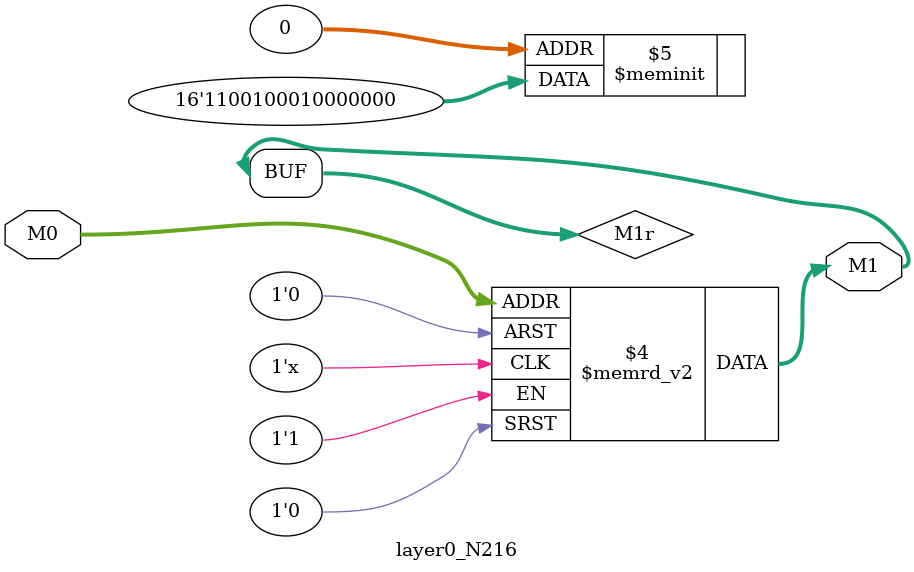
<source format=v>
module layer0_N216 ( input [2:0] M0, output [1:0] M1 );

	(*rom_style = "distributed" *) reg [1:0] M1r;
	assign M1 = M1r;
	always @ (M0) begin
		case (M0)
			3'b000: M1r = 2'b00;
			3'b100: M1r = 2'b00;
			3'b010: M1r = 2'b00;
			3'b110: M1r = 2'b00;
			3'b001: M1r = 2'b00;
			3'b101: M1r = 2'b10;
			3'b011: M1r = 2'b10;
			3'b111: M1r = 2'b11;

		endcase
	end
endmodule

</source>
